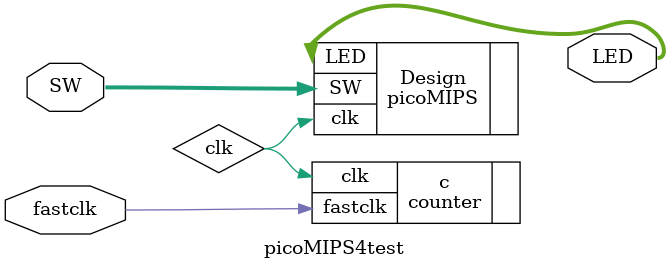
<source format=sv>
module picoMIPS4test(
    input  logic fastclk,  // 50MHz Altera DE0 clock
    input  logic [9:0] SW, // Switches SW0..SW9
    output logic [7:0] LED // LEDs
);

    logic clk; // slow clock, about 10Hz (actually ~2-3Hz with n=24)
    counter #(4)c (.fastclk(fastclk), .clk(clk));

    // Instantiate your picoMIPS design
    picoMIPS Design (.clk(clk), .SW(SW), .LED(LED));

endmodule

</source>
